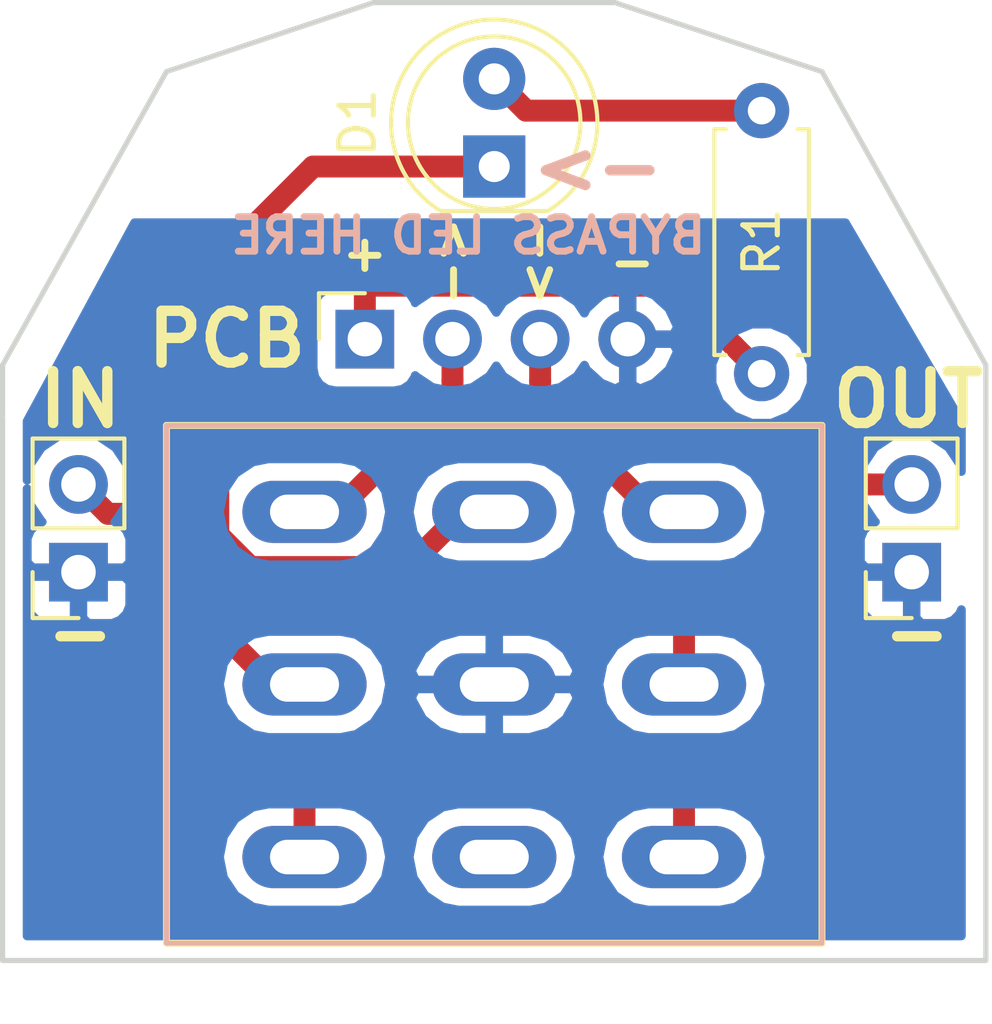
<source format=kicad_pcb>
(kicad_pcb (version 20171130) (host pcbnew 5.0.2+dfsg1-1)

  (general
    (thickness 1.6)
    (drawings 25)
    (tracks 37)
    (zones 0)
    (modules 6)
    (nets 11)
  )

  (page A4)
  (layers
    (0 F.Cu signal)
    (31 B.Cu signal)
    (32 B.Adhes user)
    (33 F.Adhes user)
    (34 B.Paste user)
    (35 F.Paste user)
    (36 B.SilkS user)
    (37 F.SilkS user)
    (38 B.Mask user)
    (39 F.Mask user)
    (40 Dwgs.User user)
    (41 Cmts.User user)
    (42 Eco1.User user)
    (43 Eco2.User user)
    (44 Edge.Cuts user)
    (45 Margin user)
    (46 B.CrtYd user)
    (47 F.CrtYd user)
    (48 B.Fab user)
    (49 F.Fab user hide)
  )

  (setup
    (last_trace_width 0.635)
    (trace_clearance 0.381)
    (zone_clearance 0.508)
    (zone_45_only no)
    (trace_min 0.2)
    (segment_width 0.2)
    (edge_width 0.15)
    (via_size 0.8)
    (via_drill 0.4)
    (via_min_size 0.4)
    (via_min_drill 0.3)
    (uvia_size 0.3)
    (uvia_drill 0.1)
    (uvias_allowed no)
    (uvia_min_size 0.2)
    (uvia_min_drill 0.1)
    (pcb_text_width 0.3)
    (pcb_text_size 1.5 1.5)
    (mod_edge_width 0.15)
    (mod_text_size 1 1)
    (mod_text_width 0.15)
    (pad_size 1.524 1.524)
    (pad_drill 0.762)
    (pad_to_mask_clearance 0.051)
    (solder_mask_min_width 0.25)
    (aux_axis_origin 0 0)
    (grid_origin 150.75 112)
    (visible_elements FFFFFF7F)
    (pcbplotparams
      (layerselection 0x010fc_ffffffff)
      (usegerberextensions false)
      (usegerberattributes false)
      (usegerberadvancedattributes false)
      (creategerberjobfile false)
      (excludeedgelayer true)
      (linewidth 0.100000)
      (plotframeref false)
      (viasonmask false)
      (mode 1)
      (useauxorigin false)
      (hpglpennumber 1)
      (hpglpenspeed 20)
      (hpglpendiameter 15.000000)
      (psnegative false)
      (psa4output false)
      (plotreference true)
      (plotvalue true)
      (plotinvisibletext false)
      (padsonsilk false)
      (subtractmaskfromsilk false)
      (outputformat 1)
      (mirror false)
      (drillshape 1)
      (scaleselection 1)
      (outputdirectory ""))
  )

  (net 0 "")
  (net 1 "Net-(D1-Pad2)")
  (net 2 "Net-(D1-Pad1)")
  (net 3 GND)
  (net 4 "Net-(J1-Pad2)")
  (net 5 "Net-(J2-Pad2)")
  (net 6 "Net-(J3-Pad1)")
  (net 7 "Net-(J3-Pad2)")
  (net 8 "Net-(J3-Pad3)")
  (net 9 "Net-(SW1-Pad1)")
  (net 10 "Net-(SW1-Pad4)")

  (net_class Default "This is the default net class."
    (clearance 0.381)
    (trace_width 0.635)
    (via_dia 0.8)
    (via_drill 0.4)
    (uvia_dia 0.3)
    (uvia_drill 0.1)
    (add_net GND)
    (add_net "Net-(D1-Pad1)")
    (add_net "Net-(D1-Pad2)")
    (add_net "Net-(J1-Pad2)")
    (add_net "Net-(J2-Pad2)")
    (add_net "Net-(J3-Pad1)")
    (add_net "Net-(J3-Pad2)")
    (add_net "Net-(J3-Pad3)")
    (add_net "Net-(SW1-Pad1)")
    (add_net "Net-(SW1-Pad4)")
  )

  (module Connector_PinSocket_2.54mm:PinSocket_1x04_P2.54mm_Vertical (layer F.Cu) (tedit 5CF94D35) (tstamp 5D0FFE36)
    (at 150.75 102 90)
    (descr "Through hole straight socket strip, 1x04, 2.54mm pitch, single row (from Kicad 4.0.7), script generated")
    (tags "Through hole socket strip THT 1x04 2.54mm single row")
    (path /5CF9319D)
    (fp_text reference J3 (at 0 -2.77 90) (layer F.SilkS) hide
      (effects (font (size 1 1) (thickness 0.15)))
    )
    (fp_text value Conn_01x04_Female (at 0 10.39 90) (layer F.Fab)
      (effects (font (size 1 1) (thickness 0.15)))
    )
    (fp_line (start -1.27 -5.02) (end 0.635 -5.02) (layer F.Fab) (width 0.1))
    (fp_line (start 0.635 -5.02) (end 1.27 -4.385) (layer F.Fab) (width 0.1))
    (fp_line (start 1.27 -4.385) (end 1.27 5.14) (layer F.Fab) (width 0.1))
    (fp_line (start 1.27 5.14) (end -1.27 5.14) (layer F.Fab) (width 0.1))
    (fp_line (start -1.27 5.14) (end -1.27 -5.02) (layer F.Fab) (width 0.1))
    (fp_line (start 1.33 -5.08) (end 1.33 -3.75) (layer F.SilkS) (width 0.12))
    (fp_line (start 0 -5.08) (end 1.33 -5.08) (layer F.SilkS) (width 0.12))
    (fp_line (start -1.8 -5.55) (end 1.75 -5.55) (layer F.CrtYd) (width 0.05))
    (fp_line (start 1.75 -5.55) (end 1.75 5.65) (layer F.CrtYd) (width 0.05))
    (fp_line (start 1.75 5.65) (end -1.8 5.65) (layer F.CrtYd) (width 0.05))
    (fp_line (start -1.8 5.65) (end -1.8 -5.55) (layer F.CrtYd) (width 0.05))
    (fp_text user %R (at 0 0.06 -180) (layer F.Fab)
      (effects (font (size 1 1) (thickness 0.15)))
    )
    (pad 1 thru_hole rect (at 0 -3.75 90) (size 1.7 1.7) (drill 1) (layers *.Cu *.Mask)
      (net 6 "Net-(J3-Pad1)"))
    (pad 2 thru_hole oval (at 0 -1.21 90) (size 1.7 1.7) (drill 1) (layers *.Cu *.Mask)
      (net 7 "Net-(J3-Pad2)"))
    (pad 3 thru_hole oval (at 0 1.33 90) (size 1.7 1.7) (drill 1) (layers *.Cu *.Mask)
      (net 8 "Net-(J3-Pad3)"))
    (pad 4 thru_hole oval (at 0 3.87 90) (size 1.7 1.7) (drill 1) (layers *.Cu *.Mask)
      (net 3 GND))
    (model ${KISYS3DMOD}/Connector_PinSocket_2.54mm.3dshapes/PinSocket_1x04_P2.54mm_Vertical.wrl
      (at (xyz 0 0 0))
      (scale (xyz 1 1 1))
      (rotate (xyz 0 0 0))
    )
  )

  (module Resistor_THT:R_Axial_DIN0207_L6.3mm_D2.5mm_P7.62mm_Horizontal (layer F.Cu) (tedit 5AE5139B) (tstamp 5D0FFE4D)
    (at 158.5 103 90)
    (descr "Resistor, Axial_DIN0207 series, Axial, Horizontal, pin pitch=7.62mm, 0.25W = 1/4W, length*diameter=6.3*2.5mm^2, http://cdn-reichelt.de/documents/datenblatt/B400/1_4W%23YAG.pdf")
    (tags "Resistor Axial_DIN0207 series Axial Horizontal pin pitch 7.62mm 0.25W = 1/4W length 6.3mm diameter 2.5mm")
    (path /5CF93F71)
    (fp_text reference R1 (at 3.81 0 90) (layer F.SilkS)
      (effects (font (size 1 1) (thickness 0.15)))
    )
    (fp_text value 220 (at 3.81 2.37 90) (layer F.Fab)
      (effects (font (size 1 1) (thickness 0.15)))
    )
    (fp_text user %R (at 3.81 0 90) (layer F.Fab)
      (effects (font (size 1 1) (thickness 0.15)))
    )
    (fp_line (start 8.67 -1.5) (end -1.05 -1.5) (layer F.CrtYd) (width 0.05))
    (fp_line (start 8.67 1.5) (end 8.67 -1.5) (layer F.CrtYd) (width 0.05))
    (fp_line (start -1.05 1.5) (end 8.67 1.5) (layer F.CrtYd) (width 0.05))
    (fp_line (start -1.05 -1.5) (end -1.05 1.5) (layer F.CrtYd) (width 0.05))
    (fp_line (start 7.08 1.37) (end 7.08 1.04) (layer F.SilkS) (width 0.12))
    (fp_line (start 0.54 1.37) (end 7.08 1.37) (layer F.SilkS) (width 0.12))
    (fp_line (start 0.54 1.04) (end 0.54 1.37) (layer F.SilkS) (width 0.12))
    (fp_line (start 7.08 -1.37) (end 7.08 -1.04) (layer F.SilkS) (width 0.12))
    (fp_line (start 0.54 -1.37) (end 7.08 -1.37) (layer F.SilkS) (width 0.12))
    (fp_line (start 0.54 -1.04) (end 0.54 -1.37) (layer F.SilkS) (width 0.12))
    (fp_line (start 7.62 0) (end 6.96 0) (layer F.Fab) (width 0.1))
    (fp_line (start 0 0) (end 0.66 0) (layer F.Fab) (width 0.1))
    (fp_line (start 6.96 -1.25) (end 0.66 -1.25) (layer F.Fab) (width 0.1))
    (fp_line (start 6.96 1.25) (end 6.96 -1.25) (layer F.Fab) (width 0.1))
    (fp_line (start 0.66 1.25) (end 6.96 1.25) (layer F.Fab) (width 0.1))
    (fp_line (start 0.66 -1.25) (end 0.66 1.25) (layer F.Fab) (width 0.1))
    (pad 2 thru_hole oval (at 7.62 0 90) (size 1.6 1.6) (drill 0.8) (layers *.Cu *.Mask)
      (net 1 "Net-(D1-Pad2)"))
    (pad 1 thru_hole circle (at 0 0 90) (size 1.6 1.6) (drill 0.8) (layers *.Cu *.Mask)
      (net 6 "Net-(J3-Pad1)"))
    (model ${KISYS3DMOD}/Resistor_THT.3dshapes/R_Axial_DIN0207_L6.3mm_D2.5mm_P7.62mm_Horizontal.wrl
      (at (xyz 0 0 0))
      (scale (xyz 1 1 1))
      (rotate (xyz 0 0 0))
    )
  )

  (module hairyPachyderm:LED_D5.0mm locked (layer F.Cu) (tedit 5995936A) (tstamp 5D100026)
    (at 150.75 97 90)
    (descr "LED, diameter 5.0mm, 2 pins, http://cdn-reichelt.de/documents/datenblatt/A500/LL-504BC2E-009.pdf")
    (tags "LED diameter 5.0mm 2 pins")
    (path /5CF93ECD)
    (fp_text reference D1 (at 1.27 -3.96 90) (layer F.SilkS)
      (effects (font (size 1 1) (thickness 0.15)))
    )
    (fp_text value LED (at 1.27 3.96 90) (layer F.Fab)
      (effects (font (size 1 1) (thickness 0.15)))
    )
    (fp_text user %R (at 1.25 0 90) (layer F.Fab)
      (effects (font (size 0.8 0.8) (thickness 0.2)))
    )
    (fp_line (start 4.5 -3.25) (end -1.95 -3.25) (layer F.CrtYd) (width 0.05))
    (fp_line (start 4.5 3.25) (end 4.5 -3.25) (layer F.CrtYd) (width 0.05))
    (fp_line (start -1.95 3.25) (end 4.5 3.25) (layer F.CrtYd) (width 0.05))
    (fp_line (start -1.95 -3.25) (end -1.95 3.25) (layer F.CrtYd) (width 0.05))
    (fp_line (start -1.29 -1.545) (end -1.29 1.545) (layer F.SilkS) (width 0.12))
    (fp_line (start -1.23 -1.469694) (end -1.23 1.469694) (layer F.Fab) (width 0.1))
    (fp_circle (center 1.27 0) (end 3.77 0) (layer F.SilkS) (width 0.12))
    (fp_circle (center 1.27 0) (end 3.77 0) (layer F.Fab) (width 0.1))
    (fp_arc (start 1.27 0) (end -1.29 1.54483) (angle -148.9) (layer F.SilkS) (width 0.12))
    (fp_arc (start 1.27 0) (end -1.29 -1.54483) (angle 148.9) (layer F.SilkS) (width 0.12))
    (fp_arc (start 1.27 0) (end -1.23 -1.469694) (angle 299.1) (layer F.Fab) (width 0.1))
    (pad 2 thru_hole circle (at 2.54 0 90) (size 1.8 1.8) (drill 0.9) (layers *.Cu *.Mask)
      (net 1 "Net-(D1-Pad2)"))
    (pad 1 thru_hole rect (at 0 0 90) (size 1.8 1.8) (drill 0.9) (layers *.Cu *.Mask)
      (net 2 "Net-(D1-Pad1)"))
    (model ${KISYS3DMOD}/LED_THT.3dshapes/LED_D5.0mm.wrl
      (at (xyz 0 0 0))
      (scale (xyz 1 1 1))
      (rotate (xyz 0 0 0))
    )
  )

  (module Connector_PinSocket_2.54mm:PinSocket_1x02_P2.54mm_Vertical (layer F.Cu) (tedit 5CF94D56) (tstamp 5D0FFE08)
    (at 138.7 108.75 180)
    (descr "Through hole straight socket strip, 1x02, 2.54mm pitch, single row (from Kicad 4.0.7), script generated")
    (tags "Through hole socket strip THT 1x02 2.54mm single row")
    (path /5CF9342B)
    (fp_text reference J1 (at 0 -2.77 180) (layer F.SilkS) hide
      (effects (font (size 1 1) (thickness 0.15)))
    )
    (fp_text value Conn_01x02_Female (at 0 5.31 180) (layer F.Fab)
      (effects (font (size 1 1) (thickness 0.15)))
    )
    (fp_line (start -1.27 -1.27) (end 0.635 -1.27) (layer F.Fab) (width 0.1))
    (fp_line (start 0.635 -1.27) (end 1.27 -0.635) (layer F.Fab) (width 0.1))
    (fp_line (start 1.27 -0.635) (end 1.27 3.81) (layer F.Fab) (width 0.1))
    (fp_line (start 1.27 3.81) (end -1.27 3.81) (layer F.Fab) (width 0.1))
    (fp_line (start -1.27 3.81) (end -1.27 -1.27) (layer F.Fab) (width 0.1))
    (fp_line (start -1.33 1.27) (end 1.33 1.27) (layer F.SilkS) (width 0.12))
    (fp_line (start -1.33 1.27) (end -1.33 3.87) (layer F.SilkS) (width 0.12))
    (fp_line (start -1.33 3.87) (end 1.33 3.87) (layer F.SilkS) (width 0.12))
    (fp_line (start 1.33 1.27) (end 1.33 3.87) (layer F.SilkS) (width 0.12))
    (fp_line (start 1.33 -1.33) (end 1.33 0) (layer F.SilkS) (width 0.12))
    (fp_line (start 0 -1.33) (end 1.33 -1.33) (layer F.SilkS) (width 0.12))
    (fp_line (start -1.8 -1.8) (end 1.75 -1.8) (layer F.CrtYd) (width 0.05))
    (fp_line (start 1.75 -1.8) (end 1.75 4.3) (layer F.CrtYd) (width 0.05))
    (fp_line (start 1.75 4.3) (end -1.8 4.3) (layer F.CrtYd) (width 0.05))
    (fp_line (start -1.8 4.3) (end -1.8 -1.8) (layer F.CrtYd) (width 0.05))
    (fp_text user %R (at 0 1.27 270) (layer F.Fab)
      (effects (font (size 1 1) (thickness 0.15)))
    )
    (pad 1 thru_hole rect (at 0 0 180) (size 1.7 1.7) (drill 1) (layers *.Cu *.Mask)
      (net 3 GND))
    (pad 2 thru_hole oval (at 0 2.54 180) (size 1.7 1.7) (drill 1) (layers *.Cu *.Mask)
      (net 4 "Net-(J1-Pad2)"))
    (model ${KISYS3DMOD}/Connector_PinSocket_2.54mm.3dshapes/PinSocket_1x02_P2.54mm_Vertical.wrl
      (at (xyz 0 0 0))
      (scale (xyz 1 1 1))
      (rotate (xyz 0 0 0))
    )
  )

  (module Connector_PinSocket_2.54mm:PinSocket_1x02_P2.54mm_Vertical (layer F.Cu) (tedit 5CF94D5C) (tstamp 5D0FFE1E)
    (at 162.85 108.75 180)
    (descr "Through hole straight socket strip, 1x02, 2.54mm pitch, single row (from Kicad 4.0.7), script generated")
    (tags "Through hole socket strip THT 1x02 2.54mm single row")
    (path /5CF9351A)
    (fp_text reference J2 (at 0 -2.77 180) (layer F.SilkS) hide
      (effects (font (size 1 1) (thickness 0.15)))
    )
    (fp_text value Conn_01x02_Female (at 0 5.31 180) (layer F.Fab)
      (effects (font (size 1 1) (thickness 0.15)))
    )
    (fp_text user %R (at 0 1.27 270) (layer F.Fab)
      (effects (font (size 1 1) (thickness 0.15)))
    )
    (fp_line (start -1.8 4.3) (end -1.8 -1.8) (layer F.CrtYd) (width 0.05))
    (fp_line (start 1.75 4.3) (end -1.8 4.3) (layer F.CrtYd) (width 0.05))
    (fp_line (start 1.75 -1.8) (end 1.75 4.3) (layer F.CrtYd) (width 0.05))
    (fp_line (start -1.8 -1.8) (end 1.75 -1.8) (layer F.CrtYd) (width 0.05))
    (fp_line (start 0 -1.33) (end 1.33 -1.33) (layer F.SilkS) (width 0.12))
    (fp_line (start 1.33 -1.33) (end 1.33 0) (layer F.SilkS) (width 0.12))
    (fp_line (start 1.33 1.27) (end 1.33 3.87) (layer F.SilkS) (width 0.12))
    (fp_line (start -1.33 3.87) (end 1.33 3.87) (layer F.SilkS) (width 0.12))
    (fp_line (start -1.33 1.27) (end -1.33 3.87) (layer F.SilkS) (width 0.12))
    (fp_line (start -1.33 1.27) (end 1.33 1.27) (layer F.SilkS) (width 0.12))
    (fp_line (start -1.27 3.81) (end -1.27 -1.27) (layer F.Fab) (width 0.1))
    (fp_line (start 1.27 3.81) (end -1.27 3.81) (layer F.Fab) (width 0.1))
    (fp_line (start 1.27 -0.635) (end 1.27 3.81) (layer F.Fab) (width 0.1))
    (fp_line (start 0.635 -1.27) (end 1.27 -0.635) (layer F.Fab) (width 0.1))
    (fp_line (start -1.27 -1.27) (end 0.635 -1.27) (layer F.Fab) (width 0.1))
    (pad 2 thru_hole oval (at 0 2.54 180) (size 1.7 1.7) (drill 1) (layers *.Cu *.Mask)
      (net 5 "Net-(J2-Pad2)"))
    (pad 1 thru_hole rect (at 0 0 180) (size 1.7 1.7) (drill 1) (layers *.Cu *.Mask)
      (net 3 GND))
    (model ${KISYS3DMOD}/Connector_PinSocket_2.54mm.3dshapes/PinSocket_1x02_P2.54mm_Vertical.wrl
      (at (xyz 0 0 0))
      (scale (xyz 1 1 1))
      (rotate (xyz 0 0 0))
    )
  )

  (module hairyPachyderm:3PDT-footswitch-lugged locked (layer B.Cu) (tedit 5CF94D65) (tstamp 5D0FFE60)
    (at 150.7511 112.0036)
    (path /5CF92ED3)
    (fp_text reference SW1 (at 11.5 0) (layer B.SilkS) hide
      (effects (font (size 1 1) (thickness 0.15)) (justify mirror))
    )
    (fp_text value SW_3PDT_x3 (at 0 9) (layer B.Fab)
      (effects (font (size 1 1) (thickness 0.15)) (justify mirror))
    )
    (fp_line (start -9.5 7.5) (end -9.5 0) (layer B.SilkS) (width 0.15))
    (fp_line (start 9.5 7.5) (end -9.5 7.5) (layer B.SilkS) (width 0.15))
    (fp_line (start 9.5 -7.5) (end 9.5 7.5) (layer B.SilkS) (width 0.15))
    (fp_line (start -9.5 -7.5) (end 9.5 -7.5) (layer B.SilkS) (width 0.15))
    (fp_line (start -9.5 0) (end -9.5 -7.5) (layer B.SilkS) (width 0.15))
    (fp_circle (center 0 0) (end 0 5.75) (layer B.Fab) (width 0.15))
    (pad 3 thru_hole oval (at -5.5 -5 90) (size 1.8 3.6) (drill oval 1 2) (layers *.Cu *.Mask)
      (net 7 "Net-(J3-Pad2)"))
    (pad 6 thru_hole oval (at 0 -5 90) (size 1.8 3.6) (drill oval 1 2) (layers *.Cu *.Mask)
      (net 2 "Net-(D1-Pad1)"))
    (pad 9 thru_hole oval (at 5.5 -5 90) (size 1.8 3.6) (drill oval 1 2) (layers *.Cu *.Mask)
      (net 8 "Net-(J3-Pad3)"))
    (pad 2 thru_hole oval (at -5.5 0 90) (size 1.8 3.6) (drill oval 1 2) (layers *.Cu *.Mask)
      (net 4 "Net-(J1-Pad2)"))
    (pad 5 thru_hole oval (at 0 0 90) (size 1.8 3.6) (drill oval 1 2) (layers *.Cu *.Mask)
      (net 3 GND))
    (pad 8 thru_hole oval (at 5.5 0 90) (size 1.8 3.6) (drill oval 1 2) (layers *.Cu *.Mask)
      (net 5 "Net-(J2-Pad2)"))
    (pad 1 thru_hole oval (at -5.5 5 90) (size 1.8 3.6) (drill oval 1 2) (layers *.Cu *.Mask)
      (net 9 "Net-(SW1-Pad1)"))
    (pad 4 thru_hole oval (at 0 5 90) (size 1.8 3.6) (drill oval 1 2) (layers *.Cu *.Mask)
      (net 10 "Net-(SW1-Pad4)"))
    (pad 7 thru_hole oval (at 5.5 5 90) (size 1.8 3.6) (drill oval 1 2) (layers *.Cu *.Mask)
      (net 9 "Net-(SW1-Pad1)"))
  )

  (gr_text - (at 163 110.5) (layer F.SilkS) (tstamp 5D05ABA1)
    (effects (font (size 1.5 1.5) (thickness 0.3)))
  )
  (gr_text - (at 138.75 110.5) (layer F.SilkS)
    (effects (font (size 1.5 1.5) (thickness 0.3)))
  )
  (gr_text -> (at 153.75 97) (layer B.SilkS)
    (effects (font (size 1.5 1.5) (thickness 0.3)) (justify mirror))
  )
  (gr_text "BYPASS LED HERE" (at 150 99) (layer B.SilkS)
    (effects (font (size 1 1) (thickness 0.2)) (justify mirror))
  )
  (gr_text PCB (at 143 102) (layer F.SilkS)
    (effects (font (size 1.5 1.5) (thickness 0.3)))
  )
  (gr_line (start 136.5 102.75) (end 136.5 104.25) (layer Edge.Cuts) (width 0.15))
  (gr_line (start 165 102.75) (end 165 104.25) (layer Edge.Cuts) (width 0.15))
  (gr_line (start 165 120) (end 165 104.25) (layer Edge.Cuts) (width 0.15))
  (gr_line (start 136.5 120) (end 165 120) (layer Edge.Cuts) (width 0.15))
  (gr_line (start 136.5 104.25) (end 136.5 120) (layer Edge.Cuts) (width 0.15))
  (gr_line (start 141.25 94.25) (end 136.5 102.75) (layer Edge.Cuts) (width 0.15))
  (gr_line (start 147.25 92.25) (end 141.25 94.25) (layer Edge.Cuts) (width 0.15))
  (gr_line (start 154.25 92.25) (end 147.25 92.25) (layer Edge.Cuts) (width 0.15))
  (gr_line (start 160.25 94.25) (end 154.25 92.25) (layer Edge.Cuts) (width 0.15))
  (gr_line (start 165 102.75) (end 160.25 94.25) (layer Edge.Cuts) (width 0.15))
  (gr_text - (at 154.75 99.75) (layer F.SilkS)
    (effects (font (size 1 1) (thickness 0.2)))
  )
  (gr_text <- (at 152 99.75 90) (layer F.SilkS)
    (effects (font (size 1 1) (thickness 0.2)))
  )
  (gr_text -> (at 149.5 99.75 90) (layer F.SilkS)
    (effects (font (size 1 1) (thickness 0.2)))
  )
  (gr_text + (at 147 99.5) (layer F.SilkS)
    (effects (font (size 1 1) (thickness 0.2)))
  )
  (gr_text OUT (at 162.75 103.75) (layer F.SilkS)
    (effects (font (size 1.5 1.5) (thickness 0.3)))
  )
  (gr_text IN (at 138.75 103.75) (layer F.SilkS)
    (effects (font (size 1.5 1.5) (thickness 0.3)))
  )
  (gr_line (start 141.25 119.5) (end 141.25 104.5) (layer F.SilkS) (width 0.2))
  (gr_line (start 160.25 119.5) (end 141.25 119.5) (layer F.SilkS) (width 0.2))
  (gr_line (start 160.25 104.5) (end 160.25 119.5) (layer F.SilkS) (width 0.2))
  (gr_line (start 141.25 104.5) (end 160.25 104.5) (layer F.SilkS) (width 0.2))

  (segment (start 151.67 95.38) (end 150.75 94.46) (width 0.635) (layer F.Cu) (net 1))
  (segment (start 158.5 95.38) (end 151.67 95.38) (width 0.635) (layer F.Cu) (net 1))
  (segment (start 148.25259 108.60211) (end 143.688976 108.60211) (width 0.635) (layer F.Cu) (net 2))
  (segment (start 149.8511 107.0036) (end 148.25259 108.60211) (width 0.635) (layer F.Cu) (net 2))
  (segment (start 142.75259 107.665724) (end 142.75259 99.74741) (width 0.635) (layer F.Cu) (net 2))
  (segment (start 143.688976 108.60211) (end 142.75259 107.665724) (width 0.635) (layer F.Cu) (net 2))
  (segment (start 150.7511 107.0036) (end 149.8511 107.0036) (width 0.635) (layer F.Cu) (net 2))
  (segment (start 145.5 97) (end 150.75 97) (width 0.635) (layer F.Cu) (net 2))
  (segment (start 142.75259 99.74741) (end 145.5 97) (width 0.635) (layer F.Cu) (net 2))
  (segment (start 139.549999 107.059999) (end 138.7 106.21) (width 0.635) (layer F.Cu) (net 4))
  (segment (start 144.3511 112.0036) (end 142.8161 110.4686) (width 0.635) (layer F.Cu) (net 4))
  (segment (start 145.2511 112.0036) (end 144.3511 112.0036) (width 0.635) (layer F.Cu) (net 4))
  (segment (start 142.8161 110.4686) (end 142 109.5) (width 0.635) (layer F.Cu) (net 4))
  (segment (start 142 109.5) (end 140.307499 107.059999) (width 0.635) (layer F.Cu) (net 4))
  (segment (start 140.307499 107.059999) (end 139.549999 107.059999) (width 0.635) (layer F.Cu) (net 4))
  (segment (start 160.5097 106.21) (end 161.647919 106.21) (width 0.635) (layer F.Cu) (net 5))
  (segment (start 156.2511 110.4686) (end 160.5097 106.21) (width 0.635) (layer F.Cu) (net 5))
  (segment (start 161.647919 106.21) (end 162.85 106.21) (width 0.635) (layer F.Cu) (net 5))
  (segment (start 156.2511 112.0036) (end 156.2511 110.4686) (width 0.635) (layer F.Cu) (net 5))
  (segment (start 157.700001 102.200001) (end 158.5 103) (width 0.635) (layer F.Cu) (net 6))
  (segment (start 147 100.515) (end 147.063501 100.451499) (width 0.635) (layer F.Cu) (net 6))
  (segment (start 155.951499 100.451499) (end 157.700001 102.200001) (width 0.635) (layer F.Cu) (net 6))
  (segment (start 147.063501 100.451499) (end 155.951499 100.451499) (width 0.635) (layer F.Cu) (net 6))
  (segment (start 147 102) (end 147 100.515) (width 0.635) (layer F.Cu) (net 6))
  (segment (start 149.54 103.202081) (end 149.54 102) (width 0.635) (layer F.Cu) (net 7))
  (segment (start 149.54 103.6147) (end 149.54 103.202081) (width 0.635) (layer F.Cu) (net 7))
  (segment (start 146.1511 107.0036) (end 149.54 103.6147) (width 0.635) (layer F.Cu) (net 7))
  (segment (start 145.2511 107.0036) (end 146.1511 107.0036) (width 0.635) (layer F.Cu) (net 7))
  (segment (start 152.08 103.202081) (end 152.08 102) (width 0.635) (layer F.Cu) (net 8))
  (segment (start 152.08 103.7325) (end 152.08 103.202081) (width 0.635) (layer F.Cu) (net 8))
  (segment (start 155.3511 107.0036) (end 152.08 103.7325) (width 0.635) (layer F.Cu) (net 8))
  (segment (start 156.2511 107.0036) (end 155.3511 107.0036) (width 0.635) (layer F.Cu) (net 8))
  (segment (start 156.2511 115.4686) (end 156.2511 117.0036) (width 0.635) (layer F.Cu) (net 9))
  (segment (start 146.2197 114.5) (end 155.2825 114.5) (width 0.635) (layer F.Cu) (net 9))
  (segment (start 155.2825 114.5) (end 156.2511 115.4686) (width 0.635) (layer F.Cu) (net 9))
  (segment (start 145.2511 115.4686) (end 146.2197 114.5) (width 0.635) (layer F.Cu) (net 9))
  (segment (start 145.2511 117.0036) (end 145.2511 115.4686) (width 0.635) (layer F.Cu) (net 9))

  (zone (net 3) (net_name GND) (layer B.Cu) (tstamp 0) (hatch edge 0.508)
    (connect_pads (clearance 0.508))
    (min_thickness 0.254)
    (fill yes (arc_segments 16) (thermal_gap 0.508) (thermal_bridge_width 0.508))
    (polygon
      (pts
        (xy 137 104.5) (xy 137 119.5) (xy 164.5 119.5) (xy 164.5 104.5) (xy 161 98.5)
        (xy 140.25 98.5)
      )
    )
    (filled_polygon
      (pts
        (xy 164.290001 104.392051) (xy 164.290001 105.837518) (xy 164.248839 105.630582) (xy 163.920625 105.139375) (xy 163.429418 104.811161)
        (xy 162.996256 104.725) (xy 162.703744 104.725) (xy 162.270582 104.811161) (xy 161.779375 105.139375) (xy 161.451161 105.630582)
        (xy 161.335908 106.21) (xy 161.451161 106.789418) (xy 161.779375 107.280625) (xy 161.801033 107.295096) (xy 161.640302 107.361673)
        (xy 161.461673 107.540301) (xy 161.365 107.77369) (xy 161.365 108.46425) (xy 161.52375 108.623) (xy 162.723 108.623)
        (xy 162.723 108.603) (xy 162.977 108.603) (xy 162.977 108.623) (xy 162.997 108.623) (xy 162.997 108.877)
        (xy 162.977 108.877) (xy 162.977 110.07625) (xy 163.13575 110.235) (xy 163.826309 110.235) (xy 164.059698 110.138327)
        (xy 164.238327 109.959699) (xy 164.290001 109.834948) (xy 164.29 119.29) (xy 137.21 119.29) (xy 137.21 117.0036)
        (xy 142.786028 117.0036) (xy 142.905162 117.602527) (xy 143.244427 118.110273) (xy 143.752173 118.449538) (xy 144.199918 118.5386)
        (xy 146.302282 118.5386) (xy 146.750027 118.449538) (xy 147.257773 118.110273) (xy 147.597038 117.602527) (xy 147.716172 117.0036)
        (xy 148.286028 117.0036) (xy 148.405162 117.602527) (xy 148.744427 118.110273) (xy 149.252173 118.449538) (xy 149.699918 118.5386)
        (xy 151.802282 118.5386) (xy 152.250027 118.449538) (xy 152.757773 118.110273) (xy 153.097038 117.602527) (xy 153.216172 117.0036)
        (xy 153.786028 117.0036) (xy 153.905162 117.602527) (xy 154.244427 118.110273) (xy 154.752173 118.449538) (xy 155.199918 118.5386)
        (xy 157.302282 118.5386) (xy 157.750027 118.449538) (xy 158.257773 118.110273) (xy 158.597038 117.602527) (xy 158.716172 117.0036)
        (xy 158.597038 116.404673) (xy 158.257773 115.896927) (xy 157.750027 115.557662) (xy 157.302282 115.4686) (xy 155.199918 115.4686)
        (xy 154.752173 115.557662) (xy 154.244427 115.896927) (xy 153.905162 116.404673) (xy 153.786028 117.0036) (xy 153.216172 117.0036)
        (xy 153.097038 116.404673) (xy 152.757773 115.896927) (xy 152.250027 115.557662) (xy 151.802282 115.4686) (xy 149.699918 115.4686)
        (xy 149.252173 115.557662) (xy 148.744427 115.896927) (xy 148.405162 116.404673) (xy 148.286028 117.0036) (xy 147.716172 117.0036)
        (xy 147.597038 116.404673) (xy 147.257773 115.896927) (xy 146.750027 115.557662) (xy 146.302282 115.4686) (xy 144.199918 115.4686)
        (xy 143.752173 115.557662) (xy 143.244427 115.896927) (xy 142.905162 116.404673) (xy 142.786028 117.0036) (xy 137.21 117.0036)
        (xy 137.21 112.0036) (xy 142.786028 112.0036) (xy 142.905162 112.602527) (xy 143.244427 113.110273) (xy 143.752173 113.449538)
        (xy 144.199918 113.5386) (xy 146.302282 113.5386) (xy 146.750027 113.449538) (xy 147.257773 113.110273) (xy 147.597038 112.602527)
        (xy 147.64362 112.36834) (xy 148.360064 112.36834) (xy 148.384344 112.473686) (xy 148.675888 112.999206) (xy 149.146348 113.373154)
        (xy 149.7241 113.5386) (xy 150.6241 113.5386) (xy 150.6241 112.1306) (xy 150.8781 112.1306) (xy 150.8781 113.5386)
        (xy 151.7781 113.5386) (xy 152.355852 113.373154) (xy 152.826312 112.999206) (xy 153.117856 112.473686) (xy 153.142136 112.36834)
        (xy 153.021478 112.1306) (xy 150.8781 112.1306) (xy 150.6241 112.1306) (xy 148.480722 112.1306) (xy 148.360064 112.36834)
        (xy 147.64362 112.36834) (xy 147.716172 112.0036) (xy 153.786028 112.0036) (xy 153.905162 112.602527) (xy 154.244427 113.110273)
        (xy 154.752173 113.449538) (xy 155.199918 113.5386) (xy 157.302282 113.5386) (xy 157.750027 113.449538) (xy 158.257773 113.110273)
        (xy 158.597038 112.602527) (xy 158.716172 112.0036) (xy 158.597038 111.404673) (xy 158.257773 110.896927) (xy 157.750027 110.557662)
        (xy 157.302282 110.4686) (xy 155.199918 110.4686) (xy 154.752173 110.557662) (xy 154.244427 110.896927) (xy 153.905162 111.404673)
        (xy 153.786028 112.0036) (xy 147.716172 112.0036) (xy 147.643621 111.63886) (xy 148.360064 111.63886) (xy 148.480722 111.8766)
        (xy 150.6241 111.8766) (xy 150.6241 110.4686) (xy 150.8781 110.4686) (xy 150.8781 111.8766) (xy 153.021478 111.8766)
        (xy 153.142136 111.63886) (xy 153.117856 111.533514) (xy 152.826312 111.007994) (xy 152.355852 110.634046) (xy 151.7781 110.4686)
        (xy 150.8781 110.4686) (xy 150.6241 110.4686) (xy 149.7241 110.4686) (xy 149.146348 110.634046) (xy 148.675888 111.007994)
        (xy 148.384344 111.533514) (xy 148.360064 111.63886) (xy 147.643621 111.63886) (xy 147.597038 111.404673) (xy 147.257773 110.896927)
        (xy 146.750027 110.557662) (xy 146.302282 110.4686) (xy 144.199918 110.4686) (xy 143.752173 110.557662) (xy 143.244427 110.896927)
        (xy 142.905162 111.404673) (xy 142.786028 112.0036) (xy 137.21 112.0036) (xy 137.21 109.03575) (xy 137.215 109.03575)
        (xy 137.215 109.72631) (xy 137.311673 109.959699) (xy 137.490302 110.138327) (xy 137.723691 110.235) (xy 138.41425 110.235)
        (xy 138.573 110.07625) (xy 138.573 108.877) (xy 138.827 108.877) (xy 138.827 110.07625) (xy 138.98575 110.235)
        (xy 139.676309 110.235) (xy 139.909698 110.138327) (xy 140.088327 109.959699) (xy 140.185 109.72631) (xy 140.185 109.03575)
        (xy 161.365 109.03575) (xy 161.365 109.72631) (xy 161.461673 109.959699) (xy 161.640302 110.138327) (xy 161.873691 110.235)
        (xy 162.56425 110.235) (xy 162.723 110.07625) (xy 162.723 108.877) (xy 161.52375 108.877) (xy 161.365 109.03575)
        (xy 140.185 109.03575) (xy 140.02625 108.877) (xy 138.827 108.877) (xy 138.573 108.877) (xy 137.37375 108.877)
        (xy 137.215 109.03575) (xy 137.21 109.03575) (xy 137.21 106.331119) (xy 137.301161 106.789418) (xy 137.629375 107.280625)
        (xy 137.651033 107.295096) (xy 137.490302 107.361673) (xy 137.311673 107.540301) (xy 137.215 107.77369) (xy 137.215 108.46425)
        (xy 137.37375 108.623) (xy 138.573 108.623) (xy 138.573 108.603) (xy 138.827 108.603) (xy 138.827 108.623)
        (xy 140.02625 108.623) (xy 140.185 108.46425) (xy 140.185 107.77369) (xy 140.088327 107.540301) (xy 139.909698 107.361673)
        (xy 139.748967 107.295096) (xy 139.770625 107.280625) (xy 139.955727 107.0036) (xy 142.786028 107.0036) (xy 142.905162 107.602527)
        (xy 143.244427 108.110273) (xy 143.752173 108.449538) (xy 144.199918 108.5386) (xy 146.302282 108.5386) (xy 146.750027 108.449538)
        (xy 147.257773 108.110273) (xy 147.597038 107.602527) (xy 147.716172 107.0036) (xy 148.286028 107.0036) (xy 148.405162 107.602527)
        (xy 148.744427 108.110273) (xy 149.252173 108.449538) (xy 149.699918 108.5386) (xy 151.802282 108.5386) (xy 152.250027 108.449538)
        (xy 152.757773 108.110273) (xy 153.097038 107.602527) (xy 153.216172 107.0036) (xy 153.786028 107.0036) (xy 153.905162 107.602527)
        (xy 154.244427 108.110273) (xy 154.752173 108.449538) (xy 155.199918 108.5386) (xy 157.302282 108.5386) (xy 157.750027 108.449538)
        (xy 158.257773 108.110273) (xy 158.597038 107.602527) (xy 158.716172 107.0036) (xy 158.597038 106.404673) (xy 158.257773 105.896927)
        (xy 157.750027 105.557662) (xy 157.302282 105.4686) (xy 155.199918 105.4686) (xy 154.752173 105.557662) (xy 154.244427 105.896927)
        (xy 153.905162 106.404673) (xy 153.786028 107.0036) (xy 153.216172 107.0036) (xy 153.097038 106.404673) (xy 152.757773 105.896927)
        (xy 152.250027 105.557662) (xy 151.802282 105.4686) (xy 149.699918 105.4686) (xy 149.252173 105.557662) (xy 148.744427 105.896927)
        (xy 148.405162 106.404673) (xy 148.286028 107.0036) (xy 147.716172 107.0036) (xy 147.597038 106.404673) (xy 147.257773 105.896927)
        (xy 146.750027 105.557662) (xy 146.302282 105.4686) (xy 144.199918 105.4686) (xy 143.752173 105.557662) (xy 143.244427 105.896927)
        (xy 142.905162 106.404673) (xy 142.786028 107.0036) (xy 139.955727 107.0036) (xy 140.098839 106.789418) (xy 140.214092 106.21)
        (xy 140.098839 105.630582) (xy 139.770625 105.139375) (xy 139.279418 104.811161) (xy 138.846256 104.725) (xy 138.553744 104.725)
        (xy 138.120582 104.811161) (xy 137.629375 105.139375) (xy 137.301161 105.630582) (xy 137.21 106.088881) (xy 137.21 104.378955)
        (xy 138.959017 101.15) (xy 145.50256 101.15) (xy 145.50256 102.85) (xy 145.551843 103.097765) (xy 145.692191 103.307809)
        (xy 145.902235 103.448157) (xy 146.15 103.49744) (xy 147.85 103.49744) (xy 148.097765 103.448157) (xy 148.307809 103.307809)
        (xy 148.448157 103.097765) (xy 148.457184 103.052381) (xy 148.469375 103.070625) (xy 148.960582 103.398839) (xy 149.393744 103.485)
        (xy 149.686256 103.485) (xy 150.119418 103.398839) (xy 150.610625 103.070625) (xy 150.81 102.772239) (xy 151.009375 103.070625)
        (xy 151.500582 103.398839) (xy 151.933744 103.485) (xy 152.226256 103.485) (xy 152.659418 103.398839) (xy 153.150625 103.070625)
        (xy 153.363843 102.751522) (xy 153.424817 102.881358) (xy 153.853076 103.271645) (xy 154.26311 103.441476) (xy 154.493 103.320155)
        (xy 154.493 102.127) (xy 154.747 102.127) (xy 154.747 103.320155) (xy 154.97689 103.441476) (xy 155.386924 103.271645)
        (xy 155.815183 102.881358) (xy 155.893515 102.714561) (xy 157.065 102.714561) (xy 157.065 103.285439) (xy 157.283466 103.812862)
        (xy 157.687138 104.216534) (xy 158.214561 104.435) (xy 158.785439 104.435) (xy 159.312862 104.216534) (xy 159.716534 103.812862)
        (xy 159.935 103.285439) (xy 159.935 102.714561) (xy 159.716534 102.187138) (xy 159.312862 101.783466) (xy 158.785439 101.565)
        (xy 158.214561 101.565) (xy 157.687138 101.783466) (xy 157.283466 102.187138) (xy 157.065 102.714561) (xy 155.893515 102.714561)
        (xy 156.061486 102.356892) (xy 155.940819 102.127) (xy 154.747 102.127) (xy 154.493 102.127) (xy 154.473 102.127)
        (xy 154.473 101.873) (xy 154.493 101.873) (xy 154.493 100.679845) (xy 154.747 100.679845) (xy 154.747 101.873)
        (xy 155.940819 101.873) (xy 156.061486 101.643108) (xy 155.815183 101.118642) (xy 155.386924 100.728355) (xy 154.97689 100.558524)
        (xy 154.747 100.679845) (xy 154.493 100.679845) (xy 154.26311 100.558524) (xy 153.853076 100.728355) (xy 153.424817 101.118642)
        (xy 153.363843 101.248478) (xy 153.150625 100.929375) (xy 152.659418 100.601161) (xy 152.226256 100.515) (xy 151.933744 100.515)
        (xy 151.500582 100.601161) (xy 151.009375 100.929375) (xy 150.81 101.227761) (xy 150.610625 100.929375) (xy 150.119418 100.601161)
        (xy 149.686256 100.515) (xy 149.393744 100.515) (xy 148.960582 100.601161) (xy 148.469375 100.929375) (xy 148.457184 100.947619)
        (xy 148.448157 100.902235) (xy 148.307809 100.692191) (xy 148.097765 100.551843) (xy 147.85 100.50256) (xy 146.15 100.50256)
        (xy 145.902235 100.551843) (xy 145.692191 100.692191) (xy 145.551843 100.902235) (xy 145.50256 101.15) (xy 138.959017 101.15)
        (xy 140.325643 98.627) (xy 160.927055 98.627)
      )
    )
  )
)

</source>
